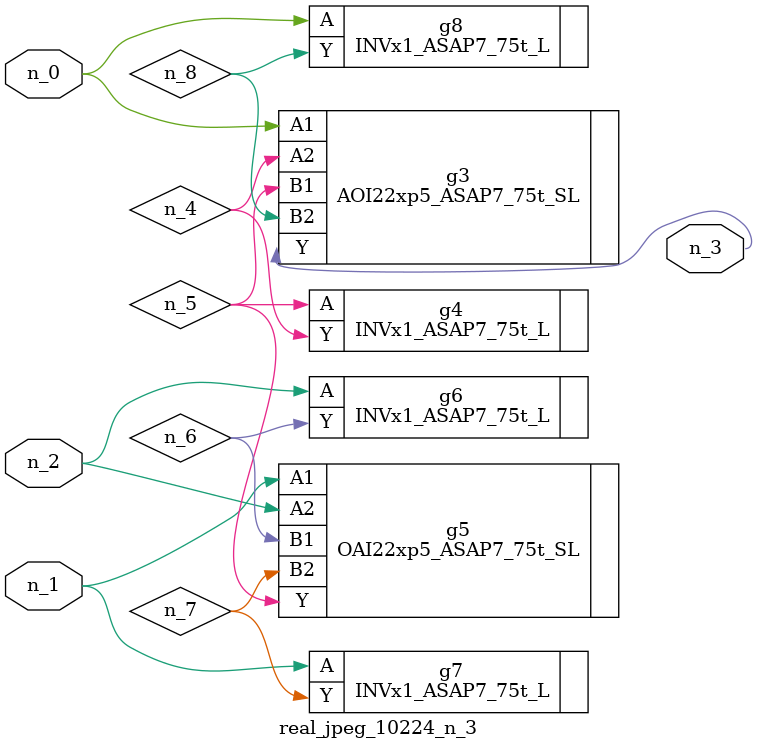
<source format=v>
module real_jpeg_10224_n_3 (n_1, n_0, n_2, n_3);

input n_1;
input n_0;
input n_2;

output n_3;

wire n_5;
wire n_8;
wire n_4;
wire n_6;
wire n_7;

AOI22xp5_ASAP7_75t_SL g3 ( 
.A1(n_0),
.A2(n_4),
.B1(n_5),
.B2(n_8),
.Y(n_3)
);

INVx1_ASAP7_75t_L g8 ( 
.A(n_0),
.Y(n_8)
);

OAI22xp5_ASAP7_75t_SL g5 ( 
.A1(n_1),
.A2(n_2),
.B1(n_6),
.B2(n_7),
.Y(n_5)
);

INVx1_ASAP7_75t_L g7 ( 
.A(n_1),
.Y(n_7)
);

INVx1_ASAP7_75t_L g6 ( 
.A(n_2),
.Y(n_6)
);

INVx1_ASAP7_75t_L g4 ( 
.A(n_5),
.Y(n_4)
);


endmodule
</source>
